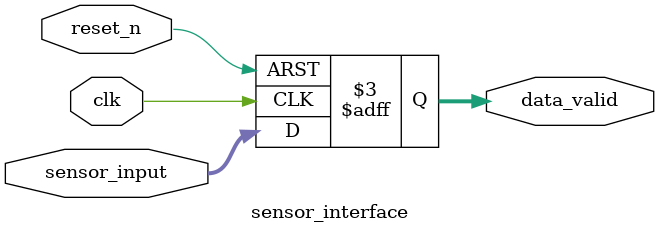
<source format=sv>
module sensor_interface (
    input  logic clk,
    input  logic reset_n,
    input  logic [7:0] sensor_input,
    output logic [7:0] data_valid
);
    // Simple input synchronization
    always_ff @(posedge clk or negedge reset_n) begin
        if (!reset_n)
            data_valid <= 0;
        else
            data_valid <= sensor_input;
    end
endmodule

</source>
